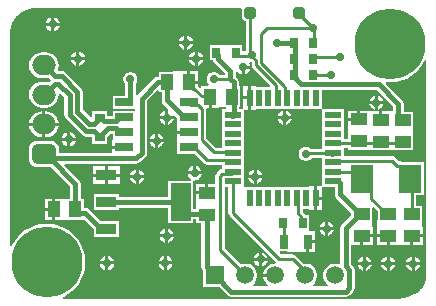
<source format=gtl>
G04*
G04 #@! TF.GenerationSoftware,Altium Limited,Altium Designer,21.4.1 (30)*
G04*
G04 Layer_Physical_Order=1*
G04 Layer_Color=255*
%FSLAX25Y25*%
%MOIN*%
G70*
G04*
G04 #@! TF.SameCoordinates,04E98196-19A4-425A-B086-7B381303791D*
G04*
G04*
G04 #@! TF.FilePolarity,Positive*
G04*
G01*
G75*
%ADD13R,0.02756X0.03347*%
G04:AMPARAMS|DCode=14|XSize=39.37mil|YSize=39.37mil|CornerRadius=9.84mil|HoleSize=0mil|Usage=FLASHONLY|Rotation=90.000|XOffset=0mil|YOffset=0mil|HoleType=Round|Shape=RoundedRectangle|*
%AMROUNDEDRECTD14*
21,1,0.03937,0.01968,0,0,90.0*
21,1,0.01968,0.03937,0,0,90.0*
1,1,0.01968,0.00984,0.00984*
1,1,0.01968,0.00984,-0.00984*
1,1,0.01968,-0.00984,-0.00984*
1,1,0.01968,-0.00984,0.00984*
%
%ADD14ROUNDEDRECTD14*%
%ADD15R,0.05315X0.03937*%
%ADD16R,0.06890X0.12598*%
%ADD17R,0.06890X0.03740*%
%ADD18R,0.07480X0.09449*%
%ADD19R,0.05807X0.02362*%
%ADD20R,0.02362X0.05807*%
%ADD21R,0.03937X0.05315*%
%ADD22R,0.02953X0.04921*%
%ADD23R,0.06102X0.02756*%
%ADD24R,0.03347X0.02756*%
%ADD43C,0.01500*%
%ADD44C,0.01000*%
%ADD45C,0.23622*%
G04:AMPARAMS|DCode=46|XSize=66.93mil|YSize=78.74mil|CornerRadius=16.73mil|HoleSize=0mil|Usage=FLASHONLY|Rotation=90.000|XOffset=0mil|YOffset=0mil|HoleType=Round|Shape=RoundedRectangle|*
%AMROUNDEDRECTD46*
21,1,0.06693,0.04528,0,0,90.0*
21,1,0.03347,0.07874,0,0,90.0*
1,1,0.03346,0.02264,0.01673*
1,1,0.03346,0.02264,-0.01673*
1,1,0.03346,-0.02264,-0.01673*
1,1,0.03346,-0.02264,0.01673*
%
%ADD46ROUNDEDRECTD46*%
%ADD47O,0.07874X0.06693*%
%ADD48C,0.05906*%
%ADD49R,0.05906X0.05906*%
%ADD50C,0.02756*%
G36*
X10691Y98549D02*
X78461D01*
X78817Y98049D01*
X78737Y97646D01*
Y95677D01*
X78874Y94986D01*
X79266Y94400D01*
X79852Y94008D01*
X79998Y93979D01*
Y84033D01*
X78811D01*
Y85941D01*
X75643D01*
X75560Y85997D01*
X75169Y86075D01*
X71626D01*
X71236Y85997D01*
X71152Y85941D01*
X67984D01*
Y81020D01*
X69096D01*
X69129Y80855D01*
X69516Y80276D01*
X73058Y76734D01*
Y76222D01*
X71156D01*
X70783Y76596D01*
X70241Y76909D01*
X69636Y77071D01*
X69010D01*
X68405Y76909D01*
X67863Y76596D01*
X67420Y76153D01*
X67107Y75611D01*
X66945Y75006D01*
Y74380D01*
X67107Y73775D01*
X67420Y73233D01*
X67661Y72992D01*
X67454Y72492D01*
X65153D01*
Y71912D01*
X64692Y71721D01*
X63992Y72421D01*
Y73216D01*
X61024D01*
Y73716D01*
X60524D01*
Y77374D01*
X58055D01*
Y77295D01*
X55807D01*
X55417Y77218D01*
X55333Y77161D01*
X50984D01*
Y75501D01*
X50772D01*
X50089Y75365D01*
X49510Y74978D01*
X49510Y74978D01*
X44002Y69470D01*
X43425Y69473D01*
X43280Y69581D01*
Y73114D01*
X43399Y73233D01*
X43712Y73775D01*
X43874Y74380D01*
Y75006D01*
X43712Y75611D01*
X43399Y76153D01*
X42956Y76596D01*
X42414Y76909D01*
X41809Y77071D01*
X41183D01*
X40578Y76909D01*
X40036Y76596D01*
X39593Y76153D01*
X39280Y75611D01*
X39118Y75006D01*
Y74380D01*
X39280Y73775D01*
X39593Y73233D01*
X39712Y73114D01*
Y69165D01*
X35705D01*
Y64835D01*
X43003Y64835D01*
X43200Y64500D01*
X43003Y64165D01*
X35705D01*
Y62534D01*
X33705D01*
Y63996D01*
X28784D01*
Y62100D01*
X28710Y62040D01*
X28278Y61971D01*
X28187Y61990D01*
X25556Y64621D01*
Y70442D01*
X25421Y71125D01*
X25034Y71703D01*
X25034Y71703D01*
X19824Y76913D01*
X19245Y77300D01*
X18562Y77436D01*
X17656D01*
X17379Y77852D01*
X17518Y78188D01*
X17667Y79323D01*
X17518Y80458D01*
X17080Y81515D01*
X16383Y82423D01*
X15475Y83119D01*
X14418Y83557D01*
X13284Y83707D01*
X12102D01*
X10968Y83557D01*
X9910Y83119D01*
X9002Y82423D01*
X8306Y81515D01*
X7868Y80458D01*
X7718Y79323D01*
X7868Y78188D01*
X8306Y77131D01*
X9002Y76223D01*
X9910Y75526D01*
X10968Y75088D01*
X12102Y74939D01*
X13284D01*
X14335Y75077D01*
X15011Y74402D01*
X14335Y73726D01*
X13284Y73864D01*
X12102D01*
X10968Y73715D01*
X9910Y73277D01*
X9002Y72580D01*
X8306Y71672D01*
X7868Y70615D01*
X7718Y69480D01*
X7868Y68346D01*
X8306Y67288D01*
X9002Y66380D01*
X9910Y65684D01*
X10968Y65246D01*
X12102Y65096D01*
X13284D01*
X14418Y65246D01*
X15475Y65684D01*
X16383Y66380D01*
X17080Y67288D01*
X17518Y68346D01*
X17667Y69480D01*
X17622Y69826D01*
X18095Y70060D01*
X19488Y68667D01*
Y62846D01*
X19624Y62163D01*
X20010Y61584D01*
X25524Y56071D01*
X25524Y56071D01*
X26103Y55684D01*
X26785Y55548D01*
X26785Y55548D01*
X28619D01*
X28672Y55280D01*
X28784Y55114D01*
Y53169D01*
X33705D01*
Y55114D01*
X33816Y55280D01*
X33890Y55653D01*
X34702Y56466D01*
X35705D01*
Y54878D01*
X35705Y54835D01*
X35600Y54378D01*
X35492D01*
Y52500D01*
X39543D01*
Y51500D01*
X35492D01*
Y50115D01*
X17653D01*
Y51468D01*
X17561Y52166D01*
X17292Y52817D01*
X16863Y53375D01*
X16305Y53804D01*
X15655Y54073D01*
X14957Y54165D01*
X10429D01*
X9731Y54073D01*
X9081Y53804D01*
X8523Y53375D01*
X8094Y52817D01*
X7825Y52166D01*
X7733Y51468D01*
Y48122D01*
X7825Y47424D01*
X8094Y46774D01*
X8523Y46216D01*
X9081Y45787D01*
X9731Y45518D01*
X10429Y45426D01*
X14957D01*
X15110Y45446D01*
X21385Y39170D01*
Y35055D01*
X21102Y34823D01*
X18854D01*
Y34902D01*
X16386D01*
Y31244D01*
Y27587D01*
X18854D01*
Y27665D01*
X21102D01*
X21493Y27743D01*
X21577Y27799D01*
X25925D01*
Y27799D01*
X26195Y27911D01*
X29256Y24851D01*
Y21972D01*
X37721D01*
Y27287D01*
X31866D01*
X27771Y31383D01*
X27192Y31769D01*
X26509Y31905D01*
X25925D01*
Y34689D01*
X24954D01*
Y39909D01*
X24818Y40592D01*
X24431Y41171D01*
X19518Y46084D01*
X19709Y46546D01*
X43449D01*
X44132Y46682D01*
X44710Y47069D01*
X46525Y48884D01*
X46525Y48884D01*
X46912Y49463D01*
X47048Y50146D01*
X47048Y50146D01*
Y67470D01*
X50522Y70944D01*
X50984Y70753D01*
Y70272D01*
X51956D01*
Y67587D01*
X52092Y66904D01*
X52478Y66325D01*
X54109Y64695D01*
X54075Y64624D01*
Y62358D01*
X56341D01*
X56411Y62392D01*
X57161Y61642D01*
Y59835D01*
X57161D01*
X57057Y59378D01*
X56949D01*
Y57500D01*
X61000D01*
Y56500D01*
X56949D01*
Y54622D01*
X57057D01*
X57161Y54165D01*
X57161D01*
Y49835D01*
X62676D01*
X65887Y46623D01*
X66383Y46292D01*
X66969Y46175D01*
X71892D01*
Y44672D01*
X71561Y44606D01*
X71064Y44274D01*
X70310Y43520D01*
X69979Y43024D01*
X69862Y42439D01*
Y39807D01*
X67382D01*
Y36839D01*
X66882D01*
Y36339D01*
X63224D01*
Y33870D01*
X63303D01*
Y31622D01*
X63255Y31564D01*
X62524D01*
Y40591D01*
X62592Y40826D01*
X62900Y41071D01*
X63289D01*
X63894Y41233D01*
X64437Y41546D01*
X64879Y41989D01*
X65192Y42531D01*
X65304Y42949D01*
X60649D01*
X60760Y42531D01*
X61074Y41989D01*
X61516Y41546D01*
X61577Y41511D01*
X61705Y40859D01*
X61638Y40772D01*
X54059D01*
Y35469D01*
X37721D01*
Y36342D01*
X29256D01*
Y31028D01*
X37721D01*
Y31901D01*
X54059D01*
Y26598D01*
X62524D01*
Y27995D01*
X63437D01*
Y26799D01*
X65098D01*
Y12220D01*
X65233Y11538D01*
X65620Y10959D01*
X65874Y10705D01*
Y5323D01*
X71256D01*
X73935Y2644D01*
X74514Y2257D01*
X75197Y2121D01*
X113357D01*
X114040Y2257D01*
X114619Y2644D01*
X115791Y3816D01*
X115791Y3816D01*
X116178Y4395D01*
X116314Y5077D01*
Y11224D01*
X116178Y11906D01*
X115791Y12485D01*
X115791Y12485D01*
X115044Y13232D01*
Y19528D01*
X118130D01*
Y22496D01*
X118630D01*
Y22996D01*
X122287D01*
Y25465D01*
X122209D01*
Y27713D01*
X122131Y28103D01*
X122075Y28187D01*
Y31841D01*
X122537Y32033D01*
X123972Y30597D01*
Y28187D01*
X123916Y28103D01*
X123839Y27713D01*
Y25465D01*
X123760D01*
Y22996D01*
X127417D01*
Y22496D01*
X127917D01*
Y19528D01*
X131075D01*
Y19527D01*
X131571D01*
Y19528D01*
X134728D01*
Y22496D01*
X135228D01*
Y22996D01*
X138886D01*
Y25465D01*
X138807D01*
Y27713D01*
X138729Y28103D01*
X138673Y28187D01*
Y32535D01*
X136758D01*
Y35984D01*
X139299D01*
Y47008D01*
X132305D01*
X132117Y47133D01*
X131532Y47250D01*
X131181D01*
X129841Y48589D01*
X129345Y48921D01*
X128760Y49037D01*
X112644D01*
Y51793D01*
X114209D01*
Y51209D01*
X121098D01*
Y51209D01*
X121531Y51047D01*
Y50945D01*
X128371D01*
X128421Y50945D01*
Y50945D01*
X128854Y50984D01*
Y50984D01*
X135744D01*
Y55333D01*
X135800Y55417D01*
X135878Y55807D01*
Y58957D01*
X135800Y59347D01*
X135744Y59431D01*
Y63779D01*
X132643D01*
Y66370D01*
X132507Y67053D01*
X132120Y67632D01*
X126565Y73187D01*
X126786Y73635D01*
X127066Y73598D01*
X128745D01*
X130410Y73818D01*
X132032Y74252D01*
X133584Y74895D01*
X135038Y75735D01*
X136371Y76757D01*
X137558Y77944D01*
X138580Y79277D01*
X139420Y80731D01*
X139555Y81057D01*
X140045Y80959D01*
Y9143D01*
X140059Y9073D01*
X139943Y7890D01*
X139577Y6686D01*
X138984Y5575D01*
X138230Y4657D01*
X138171Y4617D01*
X138125Y4548D01*
X136926Y3524D01*
X135513Y2658D01*
X133981Y2024D01*
X132369Y1637D01*
X130798Y1513D01*
X130717Y1529D01*
X19119D01*
X19022Y2020D01*
X19348Y2155D01*
X20802Y2994D01*
X22134Y4017D01*
X23322Y5204D01*
X24344Y6537D01*
X25184Y7991D01*
X25826Y9543D01*
X26261Y11165D01*
X26480Y12830D01*
Y14509D01*
X26261Y16174D01*
X25826Y17796D01*
X25184Y19348D01*
X24344Y20802D01*
X23322Y22134D01*
X22134Y23322D01*
X20802Y24344D01*
X19348Y25184D01*
X17796Y25826D01*
X16174Y26261D01*
X14509Y26480D01*
X12830D01*
X11165Y26261D01*
X9543Y25826D01*
X7991Y25184D01*
X6537Y24344D01*
X5204Y23322D01*
X4017Y22134D01*
X2994Y20802D01*
X2155Y19348D01*
X2020Y19022D01*
X1529Y19119D01*
Y72252D01*
Y90768D01*
X1514Y90846D01*
X1638Y92100D01*
X2026Y93381D01*
X2657Y94562D01*
X3457Y95536D01*
X3522Y95580D01*
X3566Y95645D01*
X4719Y96630D01*
X6079Y97463D01*
X7552Y98074D01*
X9102Y98446D01*
X10614Y98565D01*
X10691Y98549D01*
D02*
G37*
G36*
X81754Y80355D02*
X81807D01*
X81915Y80247D01*
Y79442D01*
X82032Y78856D01*
X82363Y78360D01*
X88100Y72624D01*
X87893Y72124D01*
X83425D01*
Y72337D01*
X81744D01*
Y68433D01*
Y64530D01*
X83425D01*
Y64742D01*
X104763D01*
X105260Y64740D01*
X105262Y64243D01*
Y60803D01*
Y57653D01*
Y54504D01*
Y51514D01*
X101723D01*
X101539Y51698D01*
X100997Y52011D01*
X100392Y52173D01*
X99766D01*
X99161Y52011D01*
X98619Y51698D01*
X98176Y51255D01*
X97863Y50713D01*
X97701Y50108D01*
Y49482D01*
X97863Y48877D01*
X98176Y48335D01*
X98619Y47892D01*
X99161Y47579D01*
X99766Y47417D01*
X100392D01*
X100997Y47579D01*
X101539Y47892D01*
X101982Y48335D01*
X102051Y48455D01*
X105262D01*
Y45055D01*
Y41906D01*
Y38967D01*
X103791D01*
Y35563D01*
X105472D01*
Y38756D01*
X109572D01*
Y36364D01*
X109708Y35681D01*
X110095Y35102D01*
X115160Y30037D01*
Y29522D01*
X111998Y26360D01*
X111611Y25781D01*
X111476Y25098D01*
Y23921D01*
Y13444D01*
X110976Y13060D01*
X110347Y13228D01*
X109306D01*
X108301Y12959D01*
X107400Y12439D01*
X106664Y11703D01*
X106143Y10801D01*
X105874Y9796D01*
Y8755D01*
X106143Y7750D01*
X106664Y6848D01*
X107323Y6190D01*
X107213Y5690D01*
X102440D01*
X102331Y6190D01*
X102990Y6848D01*
X103510Y7750D01*
X103779Y8755D01*
Y9796D01*
X103510Y10801D01*
X102990Y11703D01*
X102254Y12439D01*
X101353Y12959D01*
X100347Y13228D01*
X99371D01*
X96707Y15892D01*
X96211Y16224D01*
X95626Y16340D01*
X91715D01*
X91260Y16794D01*
X91452Y17256D01*
X93825D01*
X93909Y17200D01*
X94299Y17122D01*
X98122D01*
Y17043D01*
X100098D01*
Y20504D01*
X100598D01*
Y21004D01*
X103075D01*
Y23965D01*
X101279D01*
X101098Y24390D01*
X101098D01*
Y29311D01*
X99778D01*
X99718Y29613D01*
X99387Y30109D01*
X98953Y30543D01*
Y31372D01*
X101110D01*
Y31159D01*
X102791D01*
Y35063D01*
Y38967D01*
X101110D01*
Y38754D01*
X79773D01*
X79276Y38756D01*
X79274Y39253D01*
Y41906D01*
Y45055D01*
Y48205D01*
Y51354D01*
Y54504D01*
Y57653D01*
Y60803D01*
Y64530D01*
X80744D01*
Y67933D01*
X79063D01*
Y64740D01*
X77678D01*
Y65390D01*
X78161D01*
Y72280D01*
X77678D01*
Y73716D01*
X77678Y73716D01*
X77542Y74399D01*
X77155Y74978D01*
X77155Y74978D01*
X76626Y75507D01*
Y77104D01*
X77126Y77238D01*
X77184Y77138D01*
X77627Y76696D01*
X78169Y76382D01*
X78587Y76271D01*
Y78598D01*
X79087D01*
Y79098D01*
X81415D01*
X81302Y79516D01*
X80991Y80057D01*
X80993Y80064D01*
X81270Y80485D01*
X81754Y80355D01*
D02*
G37*
G36*
X129074Y65631D02*
Y64097D01*
X128634Y63953D01*
X128634Y63953D01*
X125476D01*
Y60984D01*
X124476D01*
Y63953D01*
X121319D01*
X121311Y64217D01*
X118154D01*
Y61248D01*
X117654D01*
Y60748D01*
X113996D01*
Y58280D01*
X114075D01*
Y56032D01*
X114153Y55641D01*
X114209Y55557D01*
Y54852D01*
X112644D01*
Y57653D01*
Y60803D01*
Y64740D01*
X105759D01*
X105262Y64742D01*
X105260Y65239D01*
Y71163D01*
X123542D01*
X129074Y65631D01*
D02*
G37*
G36*
X68622Y65177D02*
X71091D01*
Y65256D01*
X73223D01*
X73484Y65023D01*
X73622Y64802D01*
X73606Y64740D01*
X71892D01*
Y60803D01*
Y57653D01*
Y54504D01*
Y51813D01*
X69944D01*
X66865Y54891D01*
Y55076D01*
X66868Y55089D01*
Y64840D01*
X67144Y65177D01*
X67622D01*
Y68835D01*
X68622D01*
Y65177D01*
D02*
G37*
G36*
X74140Y30222D02*
X74256Y29637D01*
X74588Y29141D01*
X90000Y13729D01*
X90001Y13728D01*
X89849Y13228D01*
X89306D01*
X88301Y12959D01*
X87400Y12439D01*
X86664Y11703D01*
X86143Y10801D01*
X85874Y9796D01*
Y9776D01*
X89827D01*
Y8776D01*
X85874D01*
Y8755D01*
X86143Y7750D01*
X86664Y6848D01*
X87322Y6190D01*
X87213Y5690D01*
X82440D01*
X82331Y6190D01*
X82990Y6848D01*
X83510Y7750D01*
X83780Y8755D01*
Y9796D01*
X83510Y10801D01*
X82990Y11703D01*
X82254Y12439D01*
X81353Y12959D01*
X80347Y13228D01*
X79306D01*
X78305Y12960D01*
X72921Y18344D01*
Y38756D01*
X74140D01*
Y30222D01*
D02*
G37*
%LPC*%
G36*
X16123Y95339D02*
Y93512D01*
X17951D01*
X17839Y93929D01*
X17526Y94472D01*
X17083Y94914D01*
X16541Y95227D01*
X16123Y95339D01*
D02*
G37*
G36*
X15123D02*
X14705Y95227D01*
X14163Y94914D01*
X13720Y94472D01*
X13407Y93929D01*
X13295Y93512D01*
X15123D01*
Y95339D01*
D02*
G37*
G36*
X17951Y92512D02*
X16123D01*
Y90684D01*
X16541Y90796D01*
X17083Y91109D01*
X17526Y91552D01*
X17839Y92094D01*
X17951Y92512D01*
D02*
G37*
G36*
X15123D02*
X13295D01*
X13407Y92094D01*
X13720Y91552D01*
X14163Y91109D01*
X14705Y90796D01*
X15123Y90684D01*
Y92512D01*
D02*
G37*
G36*
X60547Y89226D02*
Y87398D01*
X62375D01*
X62263Y87815D01*
X61950Y88358D01*
X61507Y88801D01*
X60965Y89113D01*
X60547Y89226D01*
D02*
G37*
G36*
X59547D02*
X59129Y89113D01*
X58587Y88801D01*
X58144Y88358D01*
X57831Y87815D01*
X57719Y87398D01*
X59547D01*
Y89226D01*
D02*
G37*
G36*
X62375Y86398D02*
X60547D01*
Y84570D01*
X60965Y84682D01*
X61507Y84995D01*
X61950Y85438D01*
X62263Y85980D01*
X62375Y86398D01*
D02*
G37*
G36*
X59547D02*
X57719D01*
X57831Y85980D01*
X58144Y85438D01*
X58587Y84995D01*
X59129Y84682D01*
X59547Y84570D01*
Y86398D01*
D02*
G37*
G36*
X63917Y83871D02*
Y82043D01*
X65745D01*
X65633Y82461D01*
X65320Y83003D01*
X64877Y83446D01*
X64335Y83759D01*
X63917Y83871D01*
D02*
G37*
G36*
X62917D02*
X62499Y83759D01*
X61957Y83446D01*
X61515Y83003D01*
X61201Y82461D01*
X61089Y82043D01*
X62917D01*
Y83871D01*
D02*
G37*
G36*
X24547D02*
Y82043D01*
X26375D01*
X26263Y82461D01*
X25950Y83003D01*
X25507Y83446D01*
X24965Y83759D01*
X24547Y83871D01*
D02*
G37*
G36*
X23547D02*
X23129Y83759D01*
X22587Y83446D01*
X22144Y83003D01*
X21831Y82461D01*
X21719Y82043D01*
X23547D01*
Y83871D01*
D02*
G37*
G36*
X65745Y81043D02*
X63917D01*
Y79215D01*
X64335Y79327D01*
X64877Y79641D01*
X65320Y80083D01*
X65633Y80625D01*
X65745Y81043D01*
D02*
G37*
G36*
X62917D02*
X61089D01*
X61201Y80625D01*
X61515Y80083D01*
X61957Y79641D01*
X62499Y79327D01*
X62917Y79215D01*
Y81043D01*
D02*
G37*
G36*
X26375D02*
X24547D01*
Y79215D01*
X24965Y79327D01*
X25507Y79641D01*
X25950Y80083D01*
X26263Y80625D01*
X26375Y81043D01*
D02*
G37*
G36*
X23547D02*
X21719D01*
X21831Y80625D01*
X22144Y80083D01*
X22587Y79641D01*
X23129Y79327D01*
X23547Y79215D01*
Y81043D01*
D02*
G37*
G36*
X63992Y77374D02*
X61524D01*
Y74217D01*
X63992D01*
Y77374D01*
D02*
G37*
G36*
X53075Y64186D02*
X52657Y64074D01*
X52115Y63761D01*
X51672Y63318D01*
X51359Y62776D01*
X51247Y62358D01*
X53075D01*
Y64186D01*
D02*
G37*
G36*
X13284Y64022D02*
X13193D01*
Y60138D01*
X17602D01*
X17518Y60773D01*
X17080Y61830D01*
X16383Y62738D01*
X15475Y63434D01*
X14418Y63872D01*
X13284Y64022D01*
D02*
G37*
G36*
X12193D02*
X12102D01*
X10968Y63872D01*
X9910Y63434D01*
X9002Y62738D01*
X8306Y61830D01*
X7868Y60773D01*
X7784Y60138D01*
X12193D01*
Y64022D01*
D02*
G37*
G36*
X55903Y61358D02*
X54075D01*
Y59530D01*
X54493Y59642D01*
X55035Y59955D01*
X55478Y60398D01*
X55791Y60940D01*
X55903Y61358D01*
D02*
G37*
G36*
X53075D02*
X51247D01*
X51359Y60940D01*
X51672Y60398D01*
X52115Y59955D01*
X52657Y59642D01*
X53075Y59530D01*
Y61358D01*
D02*
G37*
G36*
X17602Y59138D02*
X13193D01*
Y55254D01*
X13284D01*
X14418Y55403D01*
X15475Y55841D01*
X16383Y56538D01*
X17080Y57446D01*
X17518Y58503D01*
X17602Y59138D01*
D02*
G37*
G36*
X12193D02*
X7784D01*
X7868Y58503D01*
X8306Y57446D01*
X9002Y56538D01*
X9910Y55841D01*
X10968Y55403D01*
X12102Y55254D01*
X12193D01*
Y59138D01*
D02*
G37*
G36*
X21492Y57005D02*
Y55177D01*
X23320D01*
X23208Y55595D01*
X22895Y56137D01*
X22452Y56580D01*
X21910Y56893D01*
X21492Y57005D01*
D02*
G37*
G36*
X20492D02*
X20074Y56893D01*
X19532Y56580D01*
X19089Y56137D01*
X18776Y55595D01*
X18664Y55177D01*
X20492D01*
Y57005D01*
D02*
G37*
G36*
X50783Y56517D02*
Y54689D01*
X52611D01*
X52499Y55107D01*
X52186Y55649D01*
X51744Y56092D01*
X51201Y56405D01*
X50783Y56517D01*
D02*
G37*
G36*
X49784D02*
X49366Y56405D01*
X48823Y56092D01*
X48381Y55649D01*
X48068Y55107D01*
X47956Y54689D01*
X49784D01*
Y56517D01*
D02*
G37*
G36*
X23320Y54177D02*
X21492D01*
Y52349D01*
X21910Y52461D01*
X22452Y52774D01*
X22895Y53217D01*
X23208Y53759D01*
X23320Y54177D01*
D02*
G37*
G36*
X20492D02*
X18664D01*
X18776Y53759D01*
X19089Y53217D01*
X19532Y52774D01*
X20074Y52461D01*
X20492Y52349D01*
Y54177D01*
D02*
G37*
G36*
X52611Y53689D02*
X50783D01*
Y51861D01*
X51201Y51973D01*
X51744Y52286D01*
X52186Y52729D01*
X52499Y53271D01*
X52611Y53689D01*
D02*
G37*
G36*
X49784D02*
X47956D01*
X48068Y53271D01*
X48381Y52729D01*
X48823Y52286D01*
X49366Y51973D01*
X49784Y51861D01*
Y53689D01*
D02*
G37*
G36*
X63476Y45777D02*
Y43949D01*
X65304D01*
X65192Y44367D01*
X64879Y44909D01*
X64437Y45352D01*
X63894Y45665D01*
X63476Y45777D01*
D02*
G37*
G36*
X62476D02*
X62059Y45665D01*
X61516Y45352D01*
X61074Y44909D01*
X60760Y44367D01*
X60649Y43949D01*
X62476D01*
Y45777D01*
D02*
G37*
G36*
X37933Y45610D02*
X33988D01*
Y43240D01*
X37933D01*
Y45610D01*
D02*
G37*
G36*
X32988D02*
X29043D01*
Y43240D01*
X32988D01*
Y45610D01*
D02*
G37*
G36*
X44232Y44501D02*
Y42673D01*
X46060D01*
X45948Y43091D01*
X45635Y43633D01*
X45192Y44076D01*
X44650Y44389D01*
X44232Y44501D01*
D02*
G37*
G36*
X43232D02*
X42814Y44389D01*
X42272Y44076D01*
X41829Y43633D01*
X41516Y43091D01*
X41404Y42673D01*
X43232D01*
Y44501D01*
D02*
G37*
G36*
X37933Y42240D02*
X33988D01*
Y39870D01*
X37933D01*
Y42240D01*
D02*
G37*
G36*
X32988D02*
X29043D01*
Y39870D01*
X32988D01*
Y42240D01*
D02*
G37*
G36*
X46060Y41673D02*
X44232D01*
Y39845D01*
X44650Y39957D01*
X45192Y40270D01*
X45635Y40713D01*
X45948Y41255D01*
X46060Y41673D01*
D02*
G37*
G36*
X43232D02*
X41404D01*
X41516Y41255D01*
X41829Y40713D01*
X42272Y40270D01*
X42814Y39957D01*
X43232Y39845D01*
Y41673D01*
D02*
G37*
G36*
X66382Y39807D02*
X63224D01*
Y37339D01*
X66382D01*
Y39807D01*
D02*
G37*
G36*
X15386Y34902D02*
X12917D01*
Y31744D01*
X15386D01*
Y34902D01*
D02*
G37*
G36*
Y30744D02*
X12917D01*
Y27587D01*
X15386D01*
Y30744D01*
D02*
G37*
G36*
X54075Y24816D02*
Y22988D01*
X55903D01*
X55791Y23406D01*
X55478Y23948D01*
X55035Y24391D01*
X54493Y24704D01*
X54075Y24816D01*
D02*
G37*
G36*
X53075D02*
X52657Y24704D01*
X52115Y24391D01*
X51672Y23948D01*
X51359Y23406D01*
X51247Y22988D01*
X53075D01*
Y24816D01*
D02*
G37*
G36*
X55903Y21988D02*
X54075D01*
Y20160D01*
X54493Y20272D01*
X55035Y20585D01*
X55478Y21028D01*
X55791Y21570D01*
X55903Y21988D01*
D02*
G37*
G36*
X53075D02*
X51247D01*
X51359Y21570D01*
X51672Y21028D01*
X52115Y20585D01*
X52657Y20272D01*
X53075Y20160D01*
Y21988D01*
D02*
G37*
G36*
X138886Y21996D02*
X135728D01*
Y19528D01*
X138886D01*
Y21996D01*
D02*
G37*
G36*
X126917D02*
X123760D01*
Y19528D01*
X126917D01*
Y21996D01*
D02*
G37*
G36*
X122287D02*
X119130D01*
Y19528D01*
X122287D01*
Y21996D01*
D02*
G37*
G36*
X53713Y15765D02*
Y13937D01*
X55541D01*
X55429Y14355D01*
X55116Y14897D01*
X54673Y15340D01*
X54131Y15653D01*
X53713Y15765D01*
D02*
G37*
G36*
X52713D02*
X52296Y15653D01*
X51753Y15340D01*
X51311Y14897D01*
X50998Y14355D01*
X50885Y13937D01*
X52713D01*
Y15765D01*
D02*
G37*
G36*
X34186D02*
Y13937D01*
X36014D01*
X35902Y14355D01*
X35589Y14897D01*
X35146Y15340D01*
X34604Y15653D01*
X34186Y15765D01*
D02*
G37*
G36*
X33186D02*
X32768Y15653D01*
X32226Y15340D01*
X31783Y14897D01*
X31470Y14355D01*
X31358Y13937D01*
X33186D01*
Y15765D01*
D02*
G37*
G36*
X136216Y15509D02*
Y13681D01*
X138044D01*
X137932Y14099D01*
X137619Y14641D01*
X137177Y15084D01*
X136634Y15397D01*
X136216Y15509D01*
D02*
G37*
G36*
X135216D02*
X134799Y15397D01*
X134256Y15084D01*
X133814Y14641D01*
X133501Y14099D01*
X133389Y13681D01*
X135216D01*
Y15509D01*
D02*
G37*
G36*
X127917D02*
Y13681D01*
X129745D01*
X129633Y14099D01*
X129320Y14641D01*
X128877Y15084D01*
X128335Y15397D01*
X127917Y15509D01*
D02*
G37*
G36*
X126917D02*
X126499Y15397D01*
X125957Y15084D01*
X125514Y14641D01*
X125201Y14099D01*
X125090Y13681D01*
X126917D01*
Y15509D01*
D02*
G37*
G36*
X120106D02*
Y13681D01*
X121934D01*
X121822Y14099D01*
X121509Y14641D01*
X121066Y15084D01*
X120524Y15397D01*
X120106Y15509D01*
D02*
G37*
G36*
X119106D02*
X118688Y15397D01*
X118146Y15084D01*
X117703Y14641D01*
X117390Y14099D01*
X117278Y13681D01*
X119106D01*
Y15509D01*
D02*
G37*
G36*
X55541Y12937D02*
X53713D01*
Y11109D01*
X54131Y11221D01*
X54673Y11534D01*
X55116Y11977D01*
X55429Y12519D01*
X55541Y12937D01*
D02*
G37*
G36*
X52713D02*
X50885D01*
X50998Y12519D01*
X51311Y11977D01*
X51753Y11534D01*
X52296Y11221D01*
X52713Y11109D01*
Y12937D01*
D02*
G37*
G36*
X36014D02*
X34186D01*
Y11109D01*
X34604Y11221D01*
X35146Y11534D01*
X35589Y11977D01*
X35902Y12519D01*
X36014Y12937D01*
D02*
G37*
G36*
X33186D02*
X31358D01*
X31470Y12519D01*
X31783Y11977D01*
X32226Y11534D01*
X32768Y11221D01*
X33186Y11109D01*
Y12937D01*
D02*
G37*
G36*
X138044Y12681D02*
X136216D01*
Y10853D01*
X136634Y10965D01*
X137177Y11278D01*
X137619Y11721D01*
X137932Y12263D01*
X138044Y12681D01*
D02*
G37*
G36*
X135216D02*
X133389D01*
X133501Y12263D01*
X133814Y11721D01*
X134256Y11278D01*
X134799Y10965D01*
X135216Y10853D01*
Y12681D01*
D02*
G37*
G36*
X129745D02*
X127917D01*
Y10853D01*
X128335Y10965D01*
X128877Y11278D01*
X129320Y11721D01*
X129633Y12263D01*
X129745Y12681D01*
D02*
G37*
G36*
X126917D02*
X125090D01*
X125201Y12263D01*
X125514Y11721D01*
X125957Y11278D01*
X126499Y10965D01*
X126917Y10853D01*
Y12681D01*
D02*
G37*
G36*
X121934D02*
X120106D01*
Y10853D01*
X120524Y10965D01*
X121066Y11278D01*
X121509Y11721D01*
X121822Y12263D01*
X121934Y12681D01*
D02*
G37*
G36*
X119106D02*
X117278D01*
X117390Y12263D01*
X117703Y11721D01*
X118146Y11278D01*
X118688Y10965D01*
X119106Y10853D01*
Y12681D01*
D02*
G37*
G36*
X81415Y78098D02*
X79587D01*
Y76271D01*
X80005Y76382D01*
X80547Y76696D01*
X80989Y77138D01*
X81302Y77681D01*
X81415Y78098D01*
D02*
G37*
G36*
X80744Y72337D02*
X79063D01*
Y68933D01*
X80744D01*
Y72337D01*
D02*
G37*
G36*
X93445Y64186D02*
Y62358D01*
X95273D01*
X95161Y62776D01*
X94848Y63318D01*
X94405Y63761D01*
X93863Y64074D01*
X93445Y64186D01*
D02*
G37*
G36*
X92445D02*
X92027Y64074D01*
X91485Y63761D01*
X91042Y63318D01*
X90729Y62776D01*
X90617Y62358D01*
X92445D01*
Y64186D01*
D02*
G37*
G36*
X95273Y61358D02*
X93445D01*
Y59530D01*
X93863Y59642D01*
X94405Y59955D01*
X94848Y60398D01*
X95161Y60940D01*
X95273Y61358D01*
D02*
G37*
G36*
X92445D02*
X90617D01*
X90729Y60940D01*
X91042Y60398D01*
X91485Y59955D01*
X92027Y59642D01*
X92445Y59530D01*
Y61358D01*
D02*
G37*
G36*
X83602Y44501D02*
Y42673D01*
X85430D01*
X85318Y43091D01*
X85005Y43633D01*
X84562Y44076D01*
X84020Y44389D01*
X83602Y44501D01*
D02*
G37*
G36*
X82602D02*
X82184Y44389D01*
X81642Y44076D01*
X81200Y43633D01*
X80887Y43091D01*
X80774Y42673D01*
X82602D01*
Y44501D01*
D02*
G37*
G36*
X85430Y41673D02*
X83602D01*
Y39845D01*
X84020Y39957D01*
X84562Y40270D01*
X85005Y40713D01*
X85318Y41255D01*
X85430Y41673D01*
D02*
G37*
G36*
X82602D02*
X80774D01*
X80887Y41255D01*
X81200Y40713D01*
X81642Y40270D01*
X82184Y39957D01*
X82602Y39845D01*
Y41673D01*
D02*
G37*
G36*
X105472Y34563D02*
X103791D01*
Y31159D01*
X105472D01*
Y34563D01*
D02*
G37*
G36*
X107413Y27226D02*
Y25398D01*
X109241D01*
X109129Y25815D01*
X108816Y26358D01*
X108373Y26801D01*
X107831Y27114D01*
X107413Y27226D01*
D02*
G37*
G36*
X106413D02*
X105996Y27114D01*
X105453Y26801D01*
X105011Y26358D01*
X104698Y25815D01*
X104586Y25398D01*
X106413D01*
Y27226D01*
D02*
G37*
G36*
X109241Y24398D02*
X107413D01*
Y22570D01*
X107831Y22682D01*
X108373Y22995D01*
X108816Y23438D01*
X109129Y23980D01*
X109241Y24398D01*
D02*
G37*
G36*
X106413D02*
X104586D01*
X104698Y23980D01*
X105011Y23438D01*
X105453Y22995D01*
X105996Y22682D01*
X106413Y22570D01*
Y24398D01*
D02*
G37*
G36*
X103075Y20004D02*
X101098D01*
Y17043D01*
X103075D01*
Y20004D01*
D02*
G37*
G36*
X124012Y69210D02*
Y67382D01*
X125840D01*
X125728Y67800D01*
X125415Y68342D01*
X124972Y68785D01*
X124430Y69098D01*
X124012Y69210D01*
D02*
G37*
G36*
X123012D02*
X122594Y69098D01*
X122052Y68785D01*
X121609Y68342D01*
X121296Y67800D01*
X121184Y67382D01*
X123012D01*
Y69210D01*
D02*
G37*
G36*
X125840Y66382D02*
X124012D01*
Y64554D01*
X124430Y64666D01*
X124972Y64979D01*
X125415Y65422D01*
X125728Y65964D01*
X125840Y66382D01*
D02*
G37*
G36*
X123012D02*
X121184D01*
X121296Y65964D01*
X121609Y65422D01*
X122052Y64979D01*
X122594Y64666D01*
X123012Y64554D01*
Y66382D01*
D02*
G37*
G36*
X117154Y64217D02*
X113996D01*
Y61748D01*
X117154D01*
Y64217D01*
D02*
G37*
G36*
X85445Y16973D02*
Y15146D01*
X87273D01*
X87161Y15563D01*
X86848Y16106D01*
X86405Y16548D01*
X85863Y16862D01*
X85445Y16973D01*
D02*
G37*
G36*
X84445D02*
X84027Y16862D01*
X83485Y16548D01*
X83042Y16106D01*
X82729Y15563D01*
X82617Y15146D01*
X84445D01*
Y16973D01*
D02*
G37*
G36*
X87273Y14146D02*
X85445D01*
Y12318D01*
X85863Y12430D01*
X86405Y12743D01*
X86848Y13186D01*
X87161Y13728D01*
X87273Y14146D01*
D02*
G37*
G36*
X84445D02*
X82617D01*
X82729Y13728D01*
X83042Y13186D01*
X83485Y12743D01*
X84027Y12430D01*
X84445Y12318D01*
Y14146D01*
D02*
G37*
%LPD*%
D13*
X102520Y86898D02*
D03*
X96024D02*
D03*
Y76157D02*
D03*
X102520D02*
D03*
X70150Y83480D02*
D03*
X76646D02*
D03*
X96024Y81528D02*
D03*
X102520D02*
D03*
X92437Y26850D02*
D03*
X98933D02*
D03*
D14*
X97638Y96661D02*
D03*
X81528D02*
D03*
D15*
X124976Y53701D02*
D03*
Y60984D02*
D03*
X117654Y61248D02*
D03*
Y53965D02*
D03*
X66882Y29555D02*
D03*
Y36839D02*
D03*
X132299Y53740D02*
D03*
Y61024D02*
D03*
X118630Y22496D02*
D03*
Y29779D02*
D03*
X135228Y22496D02*
D03*
Y29779D02*
D03*
X127417Y22496D02*
D03*
Y29779D02*
D03*
D16*
X58291Y33685D02*
D03*
D17*
X33488Y24630D02*
D03*
Y33685D02*
D03*
Y42740D02*
D03*
D18*
X134772Y41496D02*
D03*
X118630D02*
D03*
D19*
X108953Y40724D02*
D03*
Y43874D02*
D03*
Y47024D02*
D03*
Y50173D02*
D03*
Y53323D02*
D03*
Y56472D02*
D03*
Y59622D02*
D03*
Y62772D02*
D03*
X75583D02*
D03*
Y59622D02*
D03*
Y56472D02*
D03*
Y53323D02*
D03*
Y50173D02*
D03*
Y47024D02*
D03*
Y43874D02*
D03*
Y40724D02*
D03*
D20*
X103291Y68433D02*
D03*
X100142D02*
D03*
X96992D02*
D03*
X93843D02*
D03*
X90693D02*
D03*
X87543D02*
D03*
X84394D02*
D03*
X81244D02*
D03*
Y35063D02*
D03*
X84394D02*
D03*
X87543D02*
D03*
X90693D02*
D03*
X93843D02*
D03*
X96992D02*
D03*
X100142D02*
D03*
X103291D02*
D03*
D21*
X53740Y73716D02*
D03*
X61024D02*
D03*
X75406Y68835D02*
D03*
X68122D02*
D03*
X15886Y31244D02*
D03*
X23169D02*
D03*
D22*
X92724Y20504D02*
D03*
X100598D02*
D03*
D23*
X61000Y52000D02*
D03*
Y57000D02*
D03*
Y62000D02*
D03*
Y67000D02*
D03*
X39543D02*
D03*
Y62000D02*
D03*
Y57000D02*
D03*
Y52000D02*
D03*
D24*
X31244Y55335D02*
D03*
Y61831D02*
D03*
D43*
X36620Y58250D02*
X37870Y57000D01*
X39543D01*
X33963Y58250D02*
X36620D01*
X32167Y56454D02*
X33963Y58250D01*
X32167Y55963D02*
Y56454D01*
X37870Y62000D02*
X39543D01*
X36620Y60750D02*
X37870Y62000D01*
X32620Y60750D02*
X36620D01*
X31244Y61831D02*
X31539D01*
X32620Y60750D01*
X12693Y79243D02*
X16284Y75652D01*
X18562D01*
X23772Y63881D02*
Y70442D01*
X27821Y59833D02*
X29442D01*
X23772Y63881D02*
X27821Y59833D01*
X30321Y60711D02*
Y61203D01*
X29442Y59833D02*
X30321Y60711D01*
X30949Y61831D02*
X31244D01*
X30321Y61203D02*
X30949Y61831D01*
X12693Y69480D02*
Y69560D01*
X30321Y55963D02*
Y56454D01*
X29442Y57333D02*
X30321Y56454D01*
X21272Y62846D02*
Y69406D01*
Y62846D02*
X26785Y57333D01*
X29442D01*
X17527Y73152D02*
X21272Y69406D01*
X16284Y73152D02*
X17527D01*
X12693Y69560D02*
X16284Y73152D01*
X30949Y55335D02*
X31244D01*
X18562Y75652D02*
X23772Y70442D01*
X30321Y55963D02*
X30949Y55335D01*
X12693Y79243D02*
Y79323D01*
X96342Y75374D02*
X96512D01*
X96652Y75234D01*
Y74703D02*
Y75234D01*
X98408Y72947D02*
X124282D01*
X96652Y74703D02*
X98408Y72947D01*
X90555Y86657D02*
X96264D01*
X96512Y86409D01*
X90315Y86898D02*
X90555Y86657D01*
X24293Y30121D02*
X26509D01*
X30793Y25837D01*
X23169Y31244D02*
X24293Y30121D01*
X23169Y31244D02*
Y39909D01*
X30793Y25750D02*
Y25837D01*
X31913Y24630D02*
X33488D01*
X30793Y25750D02*
X31913Y24630D01*
X14748Y48331D02*
X23169Y39909D01*
X130858Y61024D02*
Y66370D01*
X124282Y72947D02*
X130858Y66370D01*
X113260Y12493D02*
Y23921D01*
Y25098D01*
X117941Y29779D02*
X118630D01*
X113260Y25098D02*
X117941Y29779D01*
X111356Y36364D02*
X117941Y29779D01*
X108953Y40724D02*
X110675D01*
X111356Y40043D01*
Y36364D02*
Y40043D01*
X114530Y5077D02*
Y11224D01*
X113260Y12493D02*
X114530Y11224D01*
X75197Y3906D02*
X113357D01*
X114530Y5077D01*
X53740Y67587D02*
X59327Y62000D01*
X50772Y73716D02*
X53740D01*
Y67587D02*
Y73716D01*
X41496Y67628D02*
Y74693D01*
X39543Y67000D02*
X40868D01*
X41496Y67628D01*
X14748Y48331D02*
X43449D01*
X45264Y50146D01*
Y68209D01*
X75894Y63083D02*
Y73716D01*
X45264Y68209D02*
X50772Y73716D01*
X70778Y81537D02*
X74842Y77473D01*
X66882Y12220D02*
Y29555D01*
X96258Y81443D02*
Y85837D01*
X70778Y81537D02*
Y82852D01*
X96342Y75374D02*
Y80870D01*
X69323Y9276D02*
Y9780D01*
X33488Y33685D02*
X58095D01*
X70150Y83480D02*
X70778Y82852D01*
X96258Y81443D02*
X96342Y81358D01*
X66658Y29779D02*
X66882Y29555D01*
X75583Y62772D02*
X75894Y63083D01*
X74842Y74768D02*
X75894Y73716D01*
X66882Y12220D02*
X69323Y9780D01*
X74842Y74768D02*
Y77473D01*
X69827Y9276D02*
X75197Y3906D01*
X58095Y29779D02*
X66658D01*
X75522Y62340D02*
X75669Y62488D01*
X108677Y49984D02*
X108866Y49795D01*
X100079D02*
X100268Y49984D01*
X59327Y62000D02*
X61000D01*
D44*
X39459Y61915D02*
X39543Y62000D01*
X75669Y30222D02*
Y41076D01*
Y30222D02*
X91081Y14811D01*
X71392Y17711D02*
X79827Y9276D01*
X71392Y17711D02*
Y42439D01*
X81796Y83013D02*
Y83700D01*
X76646Y83382D02*
Y83480D01*
X81796Y82504D02*
Y83013D01*
X76646Y83382D02*
X77524Y82504D01*
X81796D01*
X81528Y83553D02*
Y96173D01*
X61024Y73028D02*
X62492Y71559D01*
X61024Y73028D02*
Y73716D01*
X62492Y71559D02*
X62691D01*
X65239Y69011D01*
X67682D01*
X67858Y68835D01*
X98126Y96173D02*
X102520Y91780D01*
X84945Y89729D02*
X86995Y91780D01*
X102520D01*
X102594Y91705D01*
Y86972D02*
Y91705D01*
X102520Y86898D02*
X102594Y86972D01*
X128760Y47508D02*
X130547Y45720D01*
X135228Y41496D02*
X135716Y41984D01*
X109020Y47508D02*
X128760D01*
X108378Y46866D02*
X109020Y47508D01*
X117654Y53323D02*
X124488D01*
X131433D01*
X108953D02*
X117654D01*
X131433D02*
X131811Y53701D01*
X111062Y81993D02*
X111278Y82210D01*
X103304Y81993D02*
X111062D01*
X103717Y76075D02*
X108418D01*
X102839Y81528D02*
X103304Y81993D01*
X103421Y76370D02*
X103717Y76075D01*
X69323Y74693D02*
X74205D01*
X83445Y79442D02*
X90050Y72837D01*
X83445Y79442D02*
Y80880D01*
X82067Y82258D02*
X83445Y80880D01*
X81528Y98126D02*
X81612Y98041D01*
X126465Y30268D02*
X127417D01*
X121870Y34862D02*
X126465Y30268D01*
X118630Y41496D02*
X121870Y38256D01*
Y34862D02*
Y38256D01*
X108953Y43874D02*
X116252D01*
X118630Y41496D01*
X135228Y30004D02*
Y41496D01*
X131532Y45720D02*
X134772Y42480D01*
X130547Y45720D02*
X131532D01*
X134772Y41496D02*
Y42480D01*
X90050Y69076D02*
Y72837D01*
Y69076D02*
X90693Y68433D01*
X84945Y80063D02*
Y89729D01*
Y80063D02*
X92384Y72624D01*
X93161Y69114D02*
X93843Y68433D01*
X92407Y72624D02*
X93161Y71870D01*
X92384Y72624D02*
X92407D01*
X93161Y69114D02*
Y71870D01*
X98888Y10214D02*
Y11548D01*
X91081Y14811D02*
X95626D01*
X98888Y10214D02*
X99827Y9276D01*
X95626Y14811D02*
X98888Y11548D01*
X100268Y49984D02*
X108677D01*
X98305Y27478D02*
Y29028D01*
Y27478D02*
X98933Y26850D01*
X97423Y29909D02*
X98305Y29028D01*
X97423Y29909D02*
Y34876D01*
X97150Y35150D02*
X97423Y34876D01*
X71392Y42439D02*
X72146Y43193D01*
X74902D02*
X75583Y43874D01*
X72146Y43193D02*
X74902D01*
X66969Y47705D02*
X77235D01*
X62673Y52000D02*
X66969Y47705D01*
X69310Y50283D02*
X75669D01*
X65336Y54258D02*
X69310Y50283D01*
X64057Y66122D02*
X65339Y64840D01*
Y55089D02*
Y64840D01*
X65336Y54258D02*
Y55086D01*
X65339Y55089D01*
X61878Y66122D02*
X64057D01*
X61000Y67000D02*
X61878Y66122D01*
X92665Y20563D02*
Y27279D01*
X92606Y27339D02*
X92665Y27279D01*
Y20563D02*
X92724Y20504D01*
X61000Y52000D02*
X62673D01*
D45*
X13669Y13669D02*
D03*
X127905Y86409D02*
D03*
D46*
X12693Y49795D02*
D03*
D47*
Y59638D02*
D03*
Y69480D02*
D03*
Y79323D02*
D03*
D48*
X109827Y9276D02*
D03*
X99827D02*
D03*
X89827D02*
D03*
X79827D02*
D03*
D49*
X69827D02*
D03*
D50*
X20992Y54677D02*
D03*
X79087Y78598D02*
D03*
X84945Y14646D02*
D03*
X102520Y91780D02*
D03*
X62976Y43449D02*
D03*
X92945Y61858D02*
D03*
X83102Y42173D02*
D03*
X63417Y81543D02*
D03*
X53575Y61858D02*
D03*
Y22488D02*
D03*
X43732Y42173D02*
D03*
X24047Y81543D02*
D03*
X90315Y86898D02*
D03*
X111278Y82210D02*
D03*
X108418Y76075D02*
D03*
X123512Y66882D02*
D03*
X50283Y54189D02*
D03*
X15623Y93012D02*
D03*
X60047Y86898D02*
D03*
X33686Y13437D02*
D03*
X53213D02*
D03*
X106913Y24898D02*
D03*
X119606Y13181D02*
D03*
X41496Y74693D02*
D03*
X135716Y13181D02*
D03*
X127417D02*
D03*
X69323Y74693D02*
D03*
X82067Y82733D02*
D03*
X100079Y49795D02*
D03*
M02*

</source>
